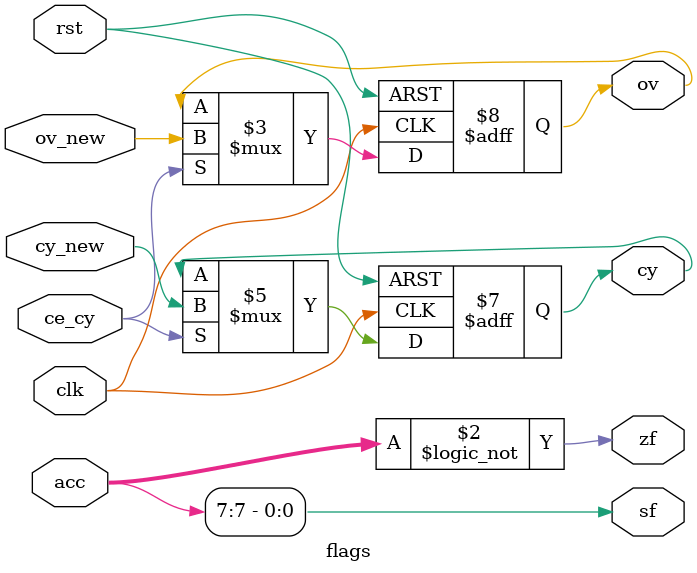
<source format=sv>
`ifndef FLAGS_SV
`define FLAGS_SV

module flags #(
    parameter int WIDTH = 8
) (
    input rst,
    input clk,
    input ce_cy,
    input cy_new,
    input ov_new,
    input [WIDTH-1:0] acc,
    output reg cy,
    output reg ov,
    output zf,
    output sf
);
    always_ff @(posedge clk, posedge rst) begin
        if (rst) begin
            cy <= 0;
            ov <= 0;
        end else if (ce_cy) begin
            cy <= cy_new;
            ov <= ov_new;
        end
    end

    assign zf = acc == 0;
    assign sf = acc[WIDTH-1];
endmodule
`endif

</source>
